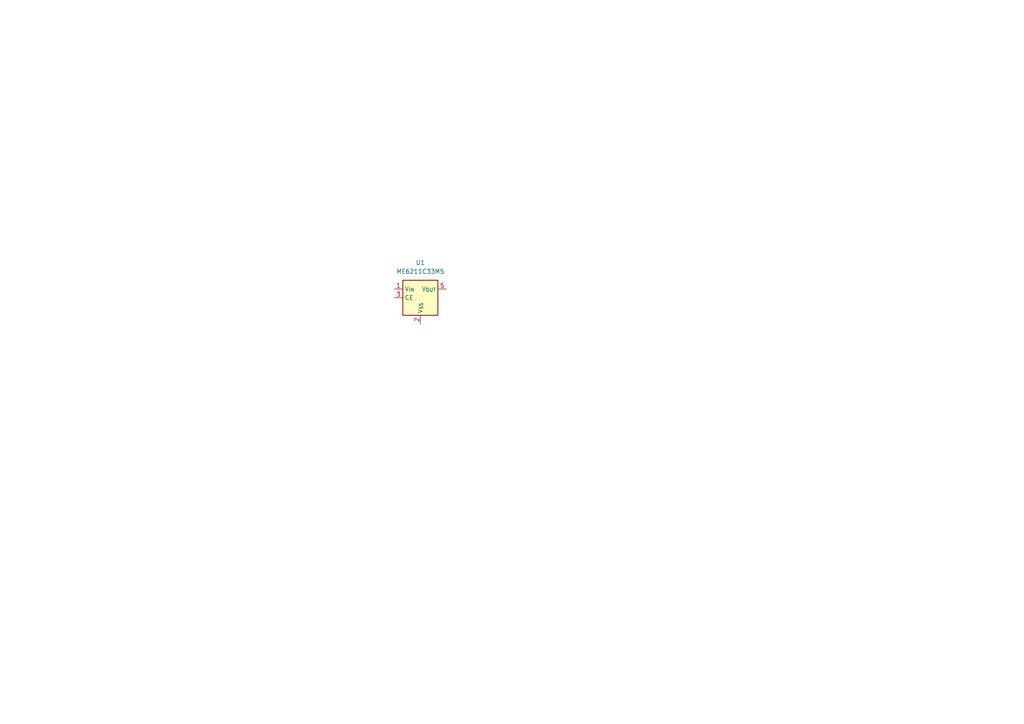
<source format=kicad_sch>
(kicad_sch (version 20250114) (generator "eeschema") (generator_version "9.0")
  (paper "A4")
  (lib_symbols
    (symbol "Regulator_Linear:ME6211C33M5"
      (property "Reference" "U" (at -4.572 6.35 0))
      (property "Value" "ME6211C33M5" (at 10.16 8.636 0))
      (symbol "ME6211C33M5_1_1"
        (rectangle (start -5.08 5.08) (end 5.08 -5.08) (stroke (width 0.254)) (fill (type background)))
        (pin power_in line (at -7.62 2.54 0) (length 2.54) (name "V_{IN}") (number "1"))
        (pin input line (at -7.62 0 0) (length 2.54) (name "CE") (number "3"))
        (pin power_in line (at 0 -7.62 90) (length 2.54) (name "V_{SS}") (number "2"))
        (pin no_connect line (at 5.08 0 180) (length 2.54) (hide yes) (name "NC") (number "4"))
        (pin power_out line (at 7.62 2.54 180) (length 2.54) (name "V_{OUT}") (number "5"))
      )
    )
  )
  (symbol (lib_id "Regulator_Linear:ME6211C33M5") (at 121.92 86.36 0) (unit 1)
    (property "Reference" "U1" (at 121.92 76.2 0))
    (property "Value" "ME6211C33M5" (at 121.92 78.74 0))
    (property "Footprint" "Package_TO_SOT_SMD:SOT-23-5" (effects (hide yes)))
    (property "Datasheet" "https://www.lcsc.com/datasheet/lcsc_datasheet_2304140030_MICRONE-Nanjing-Micro-One-Elec-ME6211C33R5G_C235316.pdf" (effects (hide yes)))
    (property "Description" "500mA low dropout linear regulator, shutdown pin, 6.5V max input voltage, 3.3V fixed positive output, SOT-23-5" (effects (hide yes)))
  )
)
</source>
